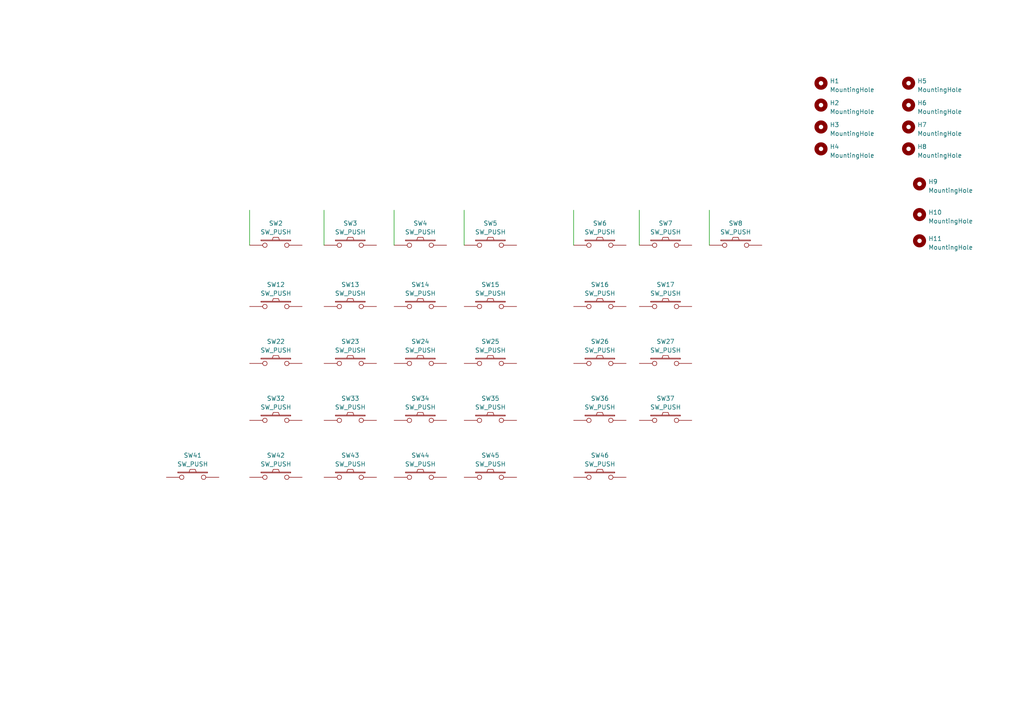
<source format=kicad_sch>
(kicad_sch (version 20230121) (generator eeschema)

  (uuid bfbdd92b-7f71-4ad3-b5e3-05abfda92e0a)

  (paper "A4")

  (lib_symbols
    (symbol "Mechanical:MountingHole" (pin_names (offset 1.016)) (in_bom yes) (on_board yes)
      (property "Reference" "H" (at 0 5.08 0)
        (effects (font (size 1.27 1.27)))
      )
      (property "Value" "MountingHole" (at 0 3.175 0)
        (effects (font (size 1.27 1.27)))
      )
      (property "Footprint" "" (at 0 0 0)
        (effects (font (size 1.27 1.27)) hide)
      )
      (property "Datasheet" "~" (at 0 0 0)
        (effects (font (size 1.27 1.27)) hide)
      )
      (property "ki_keywords" "mounting hole" (at 0 0 0)
        (effects (font (size 1.27 1.27)) hide)
      )
      (property "ki_description" "Mounting Hole without connection" (at 0 0 0)
        (effects (font (size 1.27 1.27)) hide)
      )
      (property "ki_fp_filters" "MountingHole*" (at 0 0 0)
        (effects (font (size 1.27 1.27)) hide)
      )
      (symbol "MountingHole_0_1"
        (circle (center 0 0) (radius 1.27)
          (stroke (width 1.27) (type default))
          (fill (type none))
        )
      )
    )
    (symbol "foostan/kbd:SW_PUSH" (pin_numbers hide) (pin_names (offset 1.016) hide) (in_bom yes) (on_board yes)
      (property "Reference" "SW" (at 3.81 2.794 0)
        (effects (font (size 1.27 1.27)))
      )
      (property "Value" "SW_PUSH" (at 0 -2.032 0)
        (effects (font (size 1.27 1.27)))
      )
      (property "Footprint" "" (at 0 0 0)
        (effects (font (size 1.27 1.27)))
      )
      (property "Datasheet" "" (at 0 0 0)
        (effects (font (size 1.27 1.27)))
      )
      (symbol "SW_PUSH_0_1"
        (rectangle (start -4.318 1.27) (end 4.318 1.524)
          (stroke (width 0) (type solid))
          (fill (type none))
        )
        (polyline
          (pts
            (xy -1.016 1.524)
            (xy -0.762 2.286)
            (xy 0.762 2.286)
            (xy 1.016 1.524)
          )
          (stroke (width 0) (type solid))
          (fill (type none))
        )
        (pin passive inverted (at -7.62 0 0) (length 5.08)
          (name "1" (effects (font (size 1.27 1.27))))
          (number "1" (effects (font (size 1.27 1.27))))
        )
        (pin passive inverted (at 7.62 0 180) (length 5.08)
          (name "2" (effects (font (size 1.27 1.27))))
          (number "2" (effects (font (size 1.27 1.27))))
        )
      )
    )
  )


  (wire (pts (xy 166.37 60.96) (xy 166.37 71.12))
    (stroke (width 0) (type default))
    (uuid 0ba66276-705d-44b9-bc42-0348274147ae)
  )
  (wire (pts (xy 114.3 60.96) (xy 114.3 71.12))
    (stroke (width 0) (type default))
    (uuid 1a69eef3-6eef-4c71-854b-4c02c9f7cd51)
  )
  (wire (pts (xy 205.74 60.96) (xy 205.74 71.12))
    (stroke (width 0) (type default))
    (uuid 259f22fe-4054-42f3-913c-1a2805393362)
  )
  (wire (pts (xy 185.42 60.96) (xy 185.42 71.12))
    (stroke (width 0) (type default))
    (uuid 3bad960c-7af4-4426-a424-f983194617ab)
  )
  (wire (pts (xy 93.98 60.96) (xy 93.98 71.12))
    (stroke (width 0) (type default))
    (uuid 85015d35-00f8-4a6e-9c61-f05ffd6248cc)
  )
  (wire (pts (xy 134.62 60.96) (xy 134.62 71.12))
    (stroke (width 0) (type default))
    (uuid b42efdd6-27f1-4ef1-8465-ab88397ba11a)
  )
  (wire (pts (xy 72.39 60.96) (xy 72.39 71.12))
    (stroke (width 0) (type default))
    (uuid c973eac3-1ab1-420c-be34-934e0c2d9076)
  )

  (symbol (lib_id "foostan/kbd:SW_PUSH") (at 173.99 121.92 0) (unit 1)
    (in_bom yes) (on_board yes) (dnp no) (fields_autoplaced)
    (uuid 07352a14-4c42-48f2-b7df-c62ffcddfa39)
    (property "Reference" "SW36" (at 173.99 115.57 0)
      (effects (font (size 1.27 1.27)))
    )
    (property "Value" "SW_PUSH" (at 173.99 118.11 0)
      (effects (font (size 1.27 1.27)))
    )
    (property "Footprint" "foostan/kbd:SW_Hole" (at 173.99 121.92 0)
      (effects (font (size 1.27 1.27)) hide)
    )
    (property "Datasheet" "" (at 173.99 121.92 0)
      (effects (font (size 1.27 1.27)))
    )
    (pin "1" (uuid 999a2d87-c109-4f45-b225-da697d856184))
    (pin "2" (uuid bbb45ce1-601e-4492-98ff-e7d3826ae256))
    (instances
      (project "sgkb-top"
        (path "/bfbdd92b-7f71-4ad3-b5e3-05abfda92e0a"
          (reference "SW36") (unit 1)
        )
      )
    )
  )

  (symbol (lib_id "foostan/kbd:SW_PUSH") (at 80.01 105.41 0) (unit 1)
    (in_bom yes) (on_board yes) (dnp no) (fields_autoplaced)
    (uuid 0caeb40b-576c-4700-8a6e-160b0802ce84)
    (property "Reference" "SW22" (at 80.01 99.06 0)
      (effects (font (size 1.27 1.27)))
    )
    (property "Value" "SW_PUSH" (at 80.01 101.6 0)
      (effects (font (size 1.27 1.27)))
    )
    (property "Footprint" "foostan/kbd:SW_Hole" (at 80.01 105.41 0)
      (effects (font (size 1.27 1.27)) hide)
    )
    (property "Datasheet" "" (at 80.01 105.41 0)
      (effects (font (size 1.27 1.27)))
    )
    (pin "1" (uuid f1d737fd-afdf-45a4-8ec8-1b7936894eb4))
    (pin "2" (uuid 593470ad-738b-43a3-9b65-6bf2f5ad475d))
    (instances
      (project "sgkb-top"
        (path "/bfbdd92b-7f71-4ad3-b5e3-05abfda92e0a"
          (reference "SW22") (unit 1)
        )
      )
    )
  )

  (symbol (lib_id "foostan/kbd:SW_PUSH") (at 101.6 88.9 0) (unit 1)
    (in_bom yes) (on_board yes) (dnp no) (fields_autoplaced)
    (uuid 0fd7c865-40a7-43b1-8f06-78369e4d49f4)
    (property "Reference" "SW13" (at 101.6 82.55 0)
      (effects (font (size 1.27 1.27)))
    )
    (property "Value" "SW_PUSH" (at 101.6 85.09 0)
      (effects (font (size 1.27 1.27)))
    )
    (property "Footprint" "foostan/kbd:SW_Hole" (at 101.6 88.9 0)
      (effects (font (size 1.27 1.27)) hide)
    )
    (property "Datasheet" "" (at 101.6 88.9 0)
      (effects (font (size 1.27 1.27)))
    )
    (pin "1" (uuid a03cedb5-aaf1-4ae9-9bfb-c4092338e88d))
    (pin "2" (uuid 15206f29-e0a8-4909-b8c9-692a7168b679))
    (instances
      (project "sgkb-top"
        (path "/bfbdd92b-7f71-4ad3-b5e3-05abfda92e0a"
          (reference "SW13") (unit 1)
        )
      )
    )
  )

  (symbol (lib_id "foostan/kbd:SW_PUSH") (at 173.99 138.43 0) (unit 1)
    (in_bom yes) (on_board yes) (dnp no) (fields_autoplaced)
    (uuid 21f029ba-db74-42a6-9b66-0058ebdc06f7)
    (property "Reference" "SW46" (at 173.99 132.08 0)
      (effects (font (size 1.27 1.27)))
    )
    (property "Value" "SW_PUSH" (at 173.99 134.62 0)
      (effects (font (size 1.27 1.27)))
    )
    (property "Footprint" "foostan/kbd:SW_Hole" (at 173.99 138.43 0)
      (effects (font (size 1.27 1.27)) hide)
    )
    (property "Datasheet" "" (at 173.99 138.43 0)
      (effects (font (size 1.27 1.27)))
    )
    (pin "1" (uuid d5c3ba70-16f0-4e3b-8fad-def6f2d6161f))
    (pin "2" (uuid 28fcd143-2d4e-4a3b-81fb-5b809c4f959e))
    (instances
      (project "sgkb-top"
        (path "/bfbdd92b-7f71-4ad3-b5e3-05abfda92e0a"
          (reference "SW46") (unit 1)
        )
      )
    )
  )

  (symbol (lib_id "foostan/kbd:SW_PUSH") (at 80.01 138.43 0) (unit 1)
    (in_bom yes) (on_board yes) (dnp no) (fields_autoplaced)
    (uuid 3194be4b-e9f3-4a5c-9039-7ee13c7c8f1e)
    (property "Reference" "SW42" (at 80.01 132.08 0)
      (effects (font (size 1.27 1.27)))
    )
    (property "Value" "SW_PUSH" (at 80.01 134.62 0)
      (effects (font (size 1.27 1.27)))
    )
    (property "Footprint" "foostan/kbd:SW_Hole" (at 80.01 138.43 0)
      (effects (font (size 1.27 1.27)) hide)
    )
    (property "Datasheet" "" (at 80.01 138.43 0)
      (effects (font (size 1.27 1.27)))
    )
    (pin "1" (uuid e35c4070-1eff-4a78-9844-783f3a9ad91f))
    (pin "2" (uuid 44456ad8-774a-465e-b8b2-50212d13ef8e))
    (instances
      (project "sgkb-top"
        (path "/bfbdd92b-7f71-4ad3-b5e3-05abfda92e0a"
          (reference "SW42") (unit 1)
        )
      )
    )
  )

  (symbol (lib_id "foostan/kbd:SW_PUSH") (at 101.6 105.41 0) (unit 1)
    (in_bom yes) (on_board yes) (dnp no) (fields_autoplaced)
    (uuid 33b164a6-2e41-4680-91f8-95d388b2b27d)
    (property "Reference" "SW23" (at 101.6 99.06 0)
      (effects (font (size 1.27 1.27)))
    )
    (property "Value" "SW_PUSH" (at 101.6 101.6 0)
      (effects (font (size 1.27 1.27)))
    )
    (property "Footprint" "foostan/kbd:SW_Hole" (at 101.6 105.41 0)
      (effects (font (size 1.27 1.27)) hide)
    )
    (property "Datasheet" "" (at 101.6 105.41 0)
      (effects (font (size 1.27 1.27)))
    )
    (pin "1" (uuid 72cb2e9e-b5c3-4546-b59c-4df316be4799))
    (pin "2" (uuid 5c25c72e-11c6-4231-9324-fd6f68dd703d))
    (instances
      (project "sgkb-top"
        (path "/bfbdd92b-7f71-4ad3-b5e3-05abfda92e0a"
          (reference "SW23") (unit 1)
        )
      )
    )
  )

  (symbol (lib_id "foostan/kbd:SW_PUSH") (at 142.24 138.43 0) (unit 1)
    (in_bom yes) (on_board yes) (dnp no) (fields_autoplaced)
    (uuid 348c8161-0afb-4756-a0bc-cd585041ef61)
    (property "Reference" "SW45" (at 142.24 132.08 0)
      (effects (font (size 1.27 1.27)))
    )
    (property "Value" "SW_PUSH" (at 142.24 134.62 0)
      (effects (font (size 1.27 1.27)))
    )
    (property "Footprint" "foostan/kbd:SW_Hole" (at 142.24 138.43 0)
      (effects (font (size 1.27 1.27)) hide)
    )
    (property "Datasheet" "" (at 142.24 138.43 0)
      (effects (font (size 1.27 1.27)))
    )
    (pin "1" (uuid 1c99c013-72bc-4d91-b5ad-a182623b9552))
    (pin "2" (uuid 8990007c-4728-4254-9c02-bba94df28be2))
    (instances
      (project "sgkb-top"
        (path "/bfbdd92b-7f71-4ad3-b5e3-05abfda92e0a"
          (reference "SW45") (unit 1)
        )
      )
    )
  )

  (symbol (lib_id "Mechanical:MountingHole") (at 263.525 30.48 0) (unit 1)
    (in_bom yes) (on_board yes) (dnp no) (fields_autoplaced)
    (uuid 36712bd9-3466-4a40-8672-22cfc6cd601b)
    (property "Reference" "H6" (at 266.065 29.845 0)
      (effects (font (size 1.27 1.27)) (justify left))
    )
    (property "Value" "MountingHole" (at 266.065 32.385 0)
      (effects (font (size 1.27 1.27)) (justify left))
    )
    (property "Footprint" "MountingHole:MountingHole_2.2mm_M2" (at 263.525 30.48 0)
      (effects (font (size 1.27 1.27)) hide)
    )
    (property "Datasheet" "~" (at 263.525 30.48 0)
      (effects (font (size 1.27 1.27)) hide)
    )
    (instances
      (project "sgkb-right"
        (path "/6e6ce34d-41d5-494c-8310-abe0616e698b"
          (reference "H6") (unit 1)
        )
      )
      (project "sgkb-top"
        (path "/bfbdd92b-7f71-4ad3-b5e3-05abfda92e0a"
          (reference "H6") (unit 1)
        )
      )
    )
  )

  (symbol (lib_id "foostan/kbd:SW_PUSH") (at 121.92 138.43 0) (unit 1)
    (in_bom yes) (on_board yes) (dnp no) (fields_autoplaced)
    (uuid 4952e4e3-1ce6-4435-b718-d3867c1d9d11)
    (property "Reference" "SW44" (at 121.92 132.08 0)
      (effects (font (size 1.27 1.27)))
    )
    (property "Value" "SW_PUSH" (at 121.92 134.62 0)
      (effects (font (size 1.27 1.27)))
    )
    (property "Footprint" "foostan/kbd:SW_Hole" (at 121.92 138.43 0)
      (effects (font (size 1.27 1.27)) hide)
    )
    (property "Datasheet" "" (at 121.92 138.43 0)
      (effects (font (size 1.27 1.27)))
    )
    (pin "1" (uuid fa627677-026a-4116-801d-e9a2fdb9b1e8))
    (pin "2" (uuid 8166f4c2-833e-4f82-971d-801f88829b83))
    (instances
      (project "sgkb-top"
        (path "/bfbdd92b-7f71-4ad3-b5e3-05abfda92e0a"
          (reference "SW44") (unit 1)
        )
      )
    )
  )

  (symbol (lib_id "foostan/kbd:SW_PUSH") (at 193.04 88.9 0) (unit 1)
    (in_bom yes) (on_board yes) (dnp no) (fields_autoplaced)
    (uuid 4ba086c6-9007-4a18-9dc3-eb2747ea14bb)
    (property "Reference" "SW17" (at 193.04 82.55 0)
      (effects (font (size 1.27 1.27)))
    )
    (property "Value" "SW_PUSH" (at 193.04 85.09 0)
      (effects (font (size 1.27 1.27)))
    )
    (property "Footprint" "foostan/kbd:SW_Hole" (at 193.04 88.9 0)
      (effects (font (size 1.27 1.27)) hide)
    )
    (property "Datasheet" "" (at 193.04 88.9 0)
      (effects (font (size 1.27 1.27)))
    )
    (pin "1" (uuid d1843cfd-febb-4d38-8ad8-7d98f601d473))
    (pin "2" (uuid 4c533b84-e2be-4714-bb21-2c62e4be5d95))
    (instances
      (project "sgkb-top"
        (path "/bfbdd92b-7f71-4ad3-b5e3-05abfda92e0a"
          (reference "SW17") (unit 1)
        )
      )
    )
  )

  (symbol (lib_id "Mechanical:MountingHole") (at 263.525 36.83 0) (unit 1)
    (in_bom yes) (on_board yes) (dnp no) (fields_autoplaced)
    (uuid 5d36fa03-b164-404f-9ecf-06ad45b804e6)
    (property "Reference" "H7" (at 266.065 36.195 0)
      (effects (font (size 1.27 1.27)) (justify left))
    )
    (property "Value" "MountingHole" (at 266.065 38.735 0)
      (effects (font (size 1.27 1.27)) (justify left))
    )
    (property "Footprint" "MountingHole:MountingHole_2.2mm_M2" (at 263.525 36.83 0)
      (effects (font (size 1.27 1.27)) hide)
    )
    (property "Datasheet" "~" (at 263.525 36.83 0)
      (effects (font (size 1.27 1.27)) hide)
    )
    (instances
      (project "sgkb-right"
        (path "/6e6ce34d-41d5-494c-8310-abe0616e698b"
          (reference "H7") (unit 1)
        )
      )
      (project "sgkb-top"
        (path "/bfbdd92b-7f71-4ad3-b5e3-05abfda92e0a"
          (reference "H7") (unit 1)
        )
      )
    )
  )

  (symbol (lib_id "Mechanical:MountingHole") (at 266.7 53.34 0) (unit 1)
    (in_bom yes) (on_board yes) (dnp no) (fields_autoplaced)
    (uuid 62a94fb1-9f4f-41c3-943e-6e8934306cbe)
    (property "Reference" "H8" (at 269.24 52.705 0)
      (effects (font (size 1.27 1.27)) (justify left))
    )
    (property "Value" "MountingHole" (at 269.24 55.245 0)
      (effects (font (size 1.27 1.27)) (justify left))
    )
    (property "Footprint" "MountingHole:MountingHole_2.2mm_M2" (at 266.7 53.34 0)
      (effects (font (size 1.27 1.27)) hide)
    )
    (property "Datasheet" "~" (at 266.7 53.34 0)
      (effects (font (size 1.27 1.27)) hide)
    )
    (instances
      (project "sgkb-right"
        (path "/6e6ce34d-41d5-494c-8310-abe0616e698b"
          (reference "H8") (unit 1)
        )
      )
      (project "sgkb-top"
        (path "/bfbdd92b-7f71-4ad3-b5e3-05abfda92e0a"
          (reference "H9") (unit 1)
        )
      )
    )
  )

  (symbol (lib_id "foostan/kbd:SW_PUSH") (at 193.04 121.92 0) (unit 1)
    (in_bom yes) (on_board yes) (dnp no) (fields_autoplaced)
    (uuid 63ac88d9-662c-41cc-91ae-5917c01bf279)
    (property "Reference" "SW37" (at 193.04 115.57 0)
      (effects (font (size 1.27 1.27)))
    )
    (property "Value" "SW_PUSH" (at 193.04 118.11 0)
      (effects (font (size 1.27 1.27)))
    )
    (property "Footprint" "foostan/kbd:SW_Hole" (at 193.04 121.92 0)
      (effects (font (size 1.27 1.27)) hide)
    )
    (property "Datasheet" "" (at 193.04 121.92 0)
      (effects (font (size 1.27 1.27)))
    )
    (pin "1" (uuid ee36b01d-ccdf-432e-97c9-a9ef2ad08319))
    (pin "2" (uuid adc41a08-1ddf-4fc7-96f4-1da9982739bd))
    (instances
      (project "sgkb-top"
        (path "/bfbdd92b-7f71-4ad3-b5e3-05abfda92e0a"
          (reference "SW37") (unit 1)
        )
      )
    )
  )

  (symbol (lib_id "foostan/kbd:SW_PUSH") (at 173.99 88.9 0) (unit 1)
    (in_bom yes) (on_board yes) (dnp no) (fields_autoplaced)
    (uuid 6b12b984-813a-4b09-9110-3a44ae90b292)
    (property "Reference" "SW16" (at 173.99 82.55 0)
      (effects (font (size 1.27 1.27)))
    )
    (property "Value" "SW_PUSH" (at 173.99 85.09 0)
      (effects (font (size 1.27 1.27)))
    )
    (property "Footprint" "foostan/kbd:SW_Hole" (at 173.99 88.9 0)
      (effects (font (size 1.27 1.27)) hide)
    )
    (property "Datasheet" "" (at 173.99 88.9 0)
      (effects (font (size 1.27 1.27)))
    )
    (pin "1" (uuid 44db32d0-942b-423a-a356-c9100cb738fa))
    (pin "2" (uuid 85abb80e-de5f-4c0a-bcbf-3b00da6c9dd0))
    (instances
      (project "sgkb-top"
        (path "/bfbdd92b-7f71-4ad3-b5e3-05abfda92e0a"
          (reference "SW16") (unit 1)
        )
      )
    )
  )

  (symbol (lib_id "Mechanical:MountingHole") (at 266.7 62.23 0) (unit 1)
    (in_bom yes) (on_board yes) (dnp no) (fields_autoplaced)
    (uuid 73b3174e-f7b2-4d57-a5af-78451e5b11bb)
    (property "Reference" "H8" (at 269.24 61.595 0)
      (effects (font (size 1.27 1.27)) (justify left))
    )
    (property "Value" "MountingHole" (at 269.24 64.135 0)
      (effects (font (size 1.27 1.27)) (justify left))
    )
    (property "Footprint" "MountingHole:MountingHole_2.2mm_M2" (at 266.7 62.23 0)
      (effects (font (size 1.27 1.27)) hide)
    )
    (property "Datasheet" "~" (at 266.7 62.23 0)
      (effects (font (size 1.27 1.27)) hide)
    )
    (instances
      (project "sgkb-right"
        (path "/6e6ce34d-41d5-494c-8310-abe0616e698b"
          (reference "H8") (unit 1)
        )
      )
      (project "sgkb-top"
        (path "/bfbdd92b-7f71-4ad3-b5e3-05abfda92e0a"
          (reference "H10") (unit 1)
        )
      )
    )
  )

  (symbol (lib_id "foostan/kbd:SW_PUSH") (at 193.04 71.12 0) (unit 1)
    (in_bom yes) (on_board yes) (dnp no) (fields_autoplaced)
    (uuid 76af2e4a-366f-4cb0-9666-158853f14391)
    (property "Reference" "SW7" (at 193.04 64.77 0)
      (effects (font (size 1.27 1.27)))
    )
    (property "Value" "SW_PUSH" (at 193.04 67.31 0)
      (effects (font (size 1.27 1.27)))
    )
    (property "Footprint" "foostan/kbd:SW_Hole" (at 193.04 71.12 0)
      (effects (font (size 1.27 1.27)) hide)
    )
    (property "Datasheet" "" (at 193.04 71.12 0)
      (effects (font (size 1.27 1.27)))
    )
    (pin "1" (uuid 11476069-ad38-4fba-902d-9a81e61cfcd1))
    (pin "2" (uuid d5dc842b-2ea6-4724-b506-0db25edfb9ff))
    (instances
      (project "sgkb-top"
        (path "/bfbdd92b-7f71-4ad3-b5e3-05abfda92e0a"
          (reference "SW7") (unit 1)
        )
      )
    )
  )

  (symbol (lib_id "foostan/kbd:SW_PUSH") (at 213.36 71.12 0) (unit 1)
    (in_bom yes) (on_board yes) (dnp no) (fields_autoplaced)
    (uuid 76fa6cef-211d-484b-89f7-857a3333af79)
    (property "Reference" "SW8" (at 213.36 64.77 0)
      (effects (font (size 1.27 1.27)))
    )
    (property "Value" "SW_PUSH" (at 213.36 67.31 0)
      (effects (font (size 1.27 1.27)))
    )
    (property "Footprint" "foostan/kbd:SW_Hole" (at 213.36 71.12 0)
      (effects (font (size 1.27 1.27)) hide)
    )
    (property "Datasheet" "" (at 213.36 71.12 0)
      (effects (font (size 1.27 1.27)))
    )
    (pin "1" (uuid fe862ea5-dd3c-4118-b009-87ba48190b8a))
    (pin "2" (uuid 0a65b86c-d4a2-4440-86bf-b151d3442a6e))
    (instances
      (project "sgkb-top"
        (path "/bfbdd92b-7f71-4ad3-b5e3-05abfda92e0a"
          (reference "SW8") (unit 1)
        )
      )
    )
  )

  (symbol (lib_id "foostan/kbd:SW_PUSH") (at 173.99 71.12 0) (unit 1)
    (in_bom yes) (on_board yes) (dnp no) (fields_autoplaced)
    (uuid 77d262cb-b16f-44e3-bcaf-c3dc7e1d817e)
    (property "Reference" "SW6" (at 173.99 64.77 0)
      (effects (font (size 1.27 1.27)))
    )
    (property "Value" "SW_PUSH" (at 173.99 67.31 0)
      (effects (font (size 1.27 1.27)))
    )
    (property "Footprint" "foostan/kbd:SW_Hole" (at 173.99 71.12 0)
      (effects (font (size 1.27 1.27)) hide)
    )
    (property "Datasheet" "" (at 173.99 71.12 0)
      (effects (font (size 1.27 1.27)))
    )
    (pin "1" (uuid 49cce1e2-e03d-4a33-94f0-7a99bd1f9aa3))
    (pin "2" (uuid 955e70a9-42f4-426b-be35-246fef8fb284))
    (instances
      (project "sgkb-top"
        (path "/bfbdd92b-7f71-4ad3-b5e3-05abfda92e0a"
          (reference "SW6") (unit 1)
        )
      )
    )
  )

  (symbol (lib_id "Mechanical:MountingHole") (at 238.125 24.13 0) (unit 1)
    (in_bom yes) (on_board yes) (dnp no) (fields_autoplaced)
    (uuid 7d6c442d-f47b-49bb-a96b-1fb81ac1b2d2)
    (property "Reference" "H1" (at 240.665 23.495 0)
      (effects (font (size 1.27 1.27)) (justify left))
    )
    (property "Value" "MountingHole" (at 240.665 26.035 0)
      (effects (font (size 1.27 1.27)) (justify left))
    )
    (property "Footprint" "MountingHole:MountingHole_2.2mm_M2" (at 238.125 24.13 0)
      (effects (font (size 1.27 1.27)) hide)
    )
    (property "Datasheet" "~" (at 238.125 24.13 0)
      (effects (font (size 1.27 1.27)) hide)
    )
    (instances
      (project "sgkb-right"
        (path "/6e6ce34d-41d5-494c-8310-abe0616e698b"
          (reference "H1") (unit 1)
        )
      )
      (project "sgkb-top"
        (path "/bfbdd92b-7f71-4ad3-b5e3-05abfda92e0a"
          (reference "H1") (unit 1)
        )
      )
    )
  )

  (symbol (lib_id "foostan/kbd:SW_PUSH") (at 142.24 88.9 0) (unit 1)
    (in_bom yes) (on_board yes) (dnp no) (fields_autoplaced)
    (uuid 8c75d8ef-7967-4d6a-923d-770d510941f7)
    (property "Reference" "SW15" (at 142.24 82.55 0)
      (effects (font (size 1.27 1.27)))
    )
    (property "Value" "SW_PUSH" (at 142.24 85.09 0)
      (effects (font (size 1.27 1.27)))
    )
    (property "Footprint" "foostan/kbd:SW_Hole" (at 142.24 88.9 0)
      (effects (font (size 1.27 1.27)) hide)
    )
    (property "Datasheet" "" (at 142.24 88.9 0)
      (effects (font (size 1.27 1.27)))
    )
    (pin "1" (uuid 8da8c9d5-ce1d-449b-b751-4176a8b91ab1))
    (pin "2" (uuid 1dd625ad-7f63-40fa-990f-88c42831f8c3))
    (instances
      (project "sgkb-top"
        (path "/bfbdd92b-7f71-4ad3-b5e3-05abfda92e0a"
          (reference "SW15") (unit 1)
        )
      )
    )
  )

  (symbol (lib_id "Mechanical:MountingHole") (at 238.125 43.18 0) (unit 1)
    (in_bom yes) (on_board yes) (dnp no) (fields_autoplaced)
    (uuid 8d298b5e-230d-443d-86aa-1736904b4a6c)
    (property "Reference" "H4" (at 240.665 42.545 0)
      (effects (font (size 1.27 1.27)) (justify left))
    )
    (property "Value" "MountingHole" (at 240.665 45.085 0)
      (effects (font (size 1.27 1.27)) (justify left))
    )
    (property "Footprint" "MountingHole:MountingHole_2.2mm_M2" (at 238.125 43.18 0)
      (effects (font (size 1.27 1.27)) hide)
    )
    (property "Datasheet" "~" (at 238.125 43.18 0)
      (effects (font (size 1.27 1.27)) hide)
    )
    (instances
      (project "sgkb-right"
        (path "/6e6ce34d-41d5-494c-8310-abe0616e698b"
          (reference "H4") (unit 1)
        )
      )
      (project "sgkb-top"
        (path "/bfbdd92b-7f71-4ad3-b5e3-05abfda92e0a"
          (reference "H4") (unit 1)
        )
      )
    )
  )

  (symbol (lib_id "Mechanical:MountingHole") (at 238.125 30.48 0) (unit 1)
    (in_bom yes) (on_board yes) (dnp no) (fields_autoplaced)
    (uuid 948cac29-32a9-4d04-aad9-cc502ec776e5)
    (property "Reference" "H2" (at 240.665 29.845 0)
      (effects (font (size 1.27 1.27)) (justify left))
    )
    (property "Value" "MountingHole" (at 240.665 32.385 0)
      (effects (font (size 1.27 1.27)) (justify left))
    )
    (property "Footprint" "MountingHole:MountingHole_2.2mm_M2" (at 238.125 30.48 0)
      (effects (font (size 1.27 1.27)) hide)
    )
    (property "Datasheet" "~" (at 238.125 30.48 0)
      (effects (font (size 1.27 1.27)) hide)
    )
    (instances
      (project "sgkb-right"
        (path "/6e6ce34d-41d5-494c-8310-abe0616e698b"
          (reference "H2") (unit 1)
        )
      )
      (project "sgkb-top"
        (path "/bfbdd92b-7f71-4ad3-b5e3-05abfda92e0a"
          (reference "H2") (unit 1)
        )
      )
    )
  )

  (symbol (lib_id "Mechanical:MountingHole") (at 266.7 69.85 0) (unit 1)
    (in_bom yes) (on_board yes) (dnp no) (fields_autoplaced)
    (uuid 9b1b45e1-8c83-48e1-8aeb-380012966274)
    (property "Reference" "H8" (at 269.24 69.215 0)
      (effects (font (size 1.27 1.27)) (justify left))
    )
    (property "Value" "MountingHole" (at 269.24 71.755 0)
      (effects (font (size 1.27 1.27)) (justify left))
    )
    (property "Footprint" "MountingHole:MountingHole_2.2mm_M2" (at 266.7 69.85 0)
      (effects (font (size 1.27 1.27)) hide)
    )
    (property "Datasheet" "~" (at 266.7 69.85 0)
      (effects (font (size 1.27 1.27)) hide)
    )
    (instances
      (project "sgkb-right"
        (path "/6e6ce34d-41d5-494c-8310-abe0616e698b"
          (reference "H8") (unit 1)
        )
      )
      (project "sgkb-top"
        (path "/bfbdd92b-7f71-4ad3-b5e3-05abfda92e0a"
          (reference "H11") (unit 1)
        )
      )
    )
  )

  (symbol (lib_id "foostan/kbd:SW_PUSH") (at 80.01 88.9 0) (unit 1)
    (in_bom yes) (on_board yes) (dnp no) (fields_autoplaced)
    (uuid 9f048367-d1c6-428c-9e07-e0ab1b3c5a47)
    (property "Reference" "SW12" (at 80.01 82.55 0)
      (effects (font (size 1.27 1.27)))
    )
    (property "Value" "SW_PUSH" (at 80.01 85.09 0)
      (effects (font (size 1.27 1.27)))
    )
    (property "Footprint" "foostan/kbd:SW_Hole" (at 80.01 88.9 0)
      (effects (font (size 1.27 1.27)) hide)
    )
    (property "Datasheet" "" (at 80.01 88.9 0)
      (effects (font (size 1.27 1.27)))
    )
    (pin "1" (uuid d55a7511-ea1c-43ca-aedb-ed2aaabdf7ec))
    (pin "2" (uuid 09040e97-1b26-4e46-b276-c7399e9fd331))
    (instances
      (project "sgkb-top"
        (path "/bfbdd92b-7f71-4ad3-b5e3-05abfda92e0a"
          (reference "SW12") (unit 1)
        )
      )
    )
  )

  (symbol (lib_id "foostan/kbd:SW_PUSH") (at 142.24 71.12 0) (unit 1)
    (in_bom yes) (on_board yes) (dnp no) (fields_autoplaced)
    (uuid a98778d8-1204-4910-8bed-2abd48881302)
    (property "Reference" "SW5" (at 142.24 64.77 0)
      (effects (font (size 1.27 1.27)))
    )
    (property "Value" "SW_PUSH" (at 142.24 67.31 0)
      (effects (font (size 1.27 1.27)))
    )
    (property "Footprint" "foostan/kbd:SW_Hole" (at 142.24 71.12 0)
      (effects (font (size 1.27 1.27)) hide)
    )
    (property "Datasheet" "" (at 142.24 71.12 0)
      (effects (font (size 1.27 1.27)))
    )
    (pin "1" (uuid 9a6d2f87-85a3-43c1-a6ba-a821509b02dd))
    (pin "2" (uuid 6f021be3-15c4-4700-96eb-2aeb17e0e164))
    (instances
      (project "sgkb-top"
        (path "/bfbdd92b-7f71-4ad3-b5e3-05abfda92e0a"
          (reference "SW5") (unit 1)
        )
      )
    )
  )

  (symbol (lib_id "foostan/kbd:SW_PUSH") (at 121.92 105.41 0) (unit 1)
    (in_bom yes) (on_board yes) (dnp no) (fields_autoplaced)
    (uuid aae01304-df9a-443e-90f0-d7542b83e8fd)
    (property "Reference" "SW24" (at 121.92 99.06 0)
      (effects (font (size 1.27 1.27)))
    )
    (property "Value" "SW_PUSH" (at 121.92 101.6 0)
      (effects (font (size 1.27 1.27)))
    )
    (property "Footprint" "foostan/kbd:SW_Hole" (at 121.92 105.41 0)
      (effects (font (size 1.27 1.27)) hide)
    )
    (property "Datasheet" "" (at 121.92 105.41 0)
      (effects (font (size 1.27 1.27)))
    )
    (pin "1" (uuid 7ab3fa3d-9ddf-4543-ba78-d04bd998c384))
    (pin "2" (uuid aa3d3bd3-ff15-49d6-b58c-0ade6629254d))
    (instances
      (project "sgkb-top"
        (path "/bfbdd92b-7f71-4ad3-b5e3-05abfda92e0a"
          (reference "SW24") (unit 1)
        )
      )
    )
  )

  (symbol (lib_id "foostan/kbd:SW_PUSH") (at 121.92 121.92 0) (unit 1)
    (in_bom yes) (on_board yes) (dnp no) (fields_autoplaced)
    (uuid afaa6a5b-0e3e-4479-9b28-0723b15db6a8)
    (property "Reference" "SW34" (at 121.92 115.57 0)
      (effects (font (size 1.27 1.27)))
    )
    (property "Value" "SW_PUSH" (at 121.92 118.11 0)
      (effects (font (size 1.27 1.27)))
    )
    (property "Footprint" "foostan/kbd:SW_Hole" (at 121.92 121.92 0)
      (effects (font (size 1.27 1.27)) hide)
    )
    (property "Datasheet" "" (at 121.92 121.92 0)
      (effects (font (size 1.27 1.27)))
    )
    (pin "1" (uuid 1edd2f63-99c3-4f0e-9ff8-f41a8b9e3d1c))
    (pin "2" (uuid 181be826-78e8-4f7c-9257-69821137c0eb))
    (instances
      (project "sgkb-top"
        (path "/bfbdd92b-7f71-4ad3-b5e3-05abfda92e0a"
          (reference "SW34") (unit 1)
        )
      )
    )
  )

  (symbol (lib_id "foostan/kbd:SW_PUSH") (at 121.92 71.12 0) (unit 1)
    (in_bom yes) (on_board yes) (dnp no) (fields_autoplaced)
    (uuid c0e90b02-cdf4-4c02-aa4a-d4b62476b9d6)
    (property "Reference" "SW4" (at 121.92 64.77 0)
      (effects (font (size 1.27 1.27)))
    )
    (property "Value" "SW_PUSH" (at 121.92 67.31 0)
      (effects (font (size 1.27 1.27)))
    )
    (property "Footprint" "foostan/kbd:SW_Hole" (at 121.92 71.12 0)
      (effects (font (size 1.27 1.27)) hide)
    )
    (property "Datasheet" "" (at 121.92 71.12 0)
      (effects (font (size 1.27 1.27)))
    )
    (pin "1" (uuid 8750677f-d61a-4ea9-94ce-e760d0eb818e))
    (pin "2" (uuid 204f8c07-605d-448c-b8e4-c3e434375af2))
    (instances
      (project "sgkb-top"
        (path "/bfbdd92b-7f71-4ad3-b5e3-05abfda92e0a"
          (reference "SW4") (unit 1)
        )
      )
    )
  )

  (symbol (lib_id "Mechanical:MountingHole") (at 263.525 24.13 0) (unit 1)
    (in_bom yes) (on_board yes) (dnp no) (fields_autoplaced)
    (uuid c0f387d0-afe5-4df4-b61c-663c28ffe9e9)
    (property "Reference" "H5" (at 266.065 23.495 0)
      (effects (font (size 1.27 1.27)) (justify left))
    )
    (property "Value" "MountingHole" (at 266.065 26.035 0)
      (effects (font (size 1.27 1.27)) (justify left))
    )
    (property "Footprint" "MountingHole:MountingHole_2.2mm_M2" (at 263.525 24.13 0)
      (effects (font (size 1.27 1.27)) hide)
    )
    (property "Datasheet" "~" (at 263.525 24.13 0)
      (effects (font (size 1.27 1.27)) hide)
    )
    (instances
      (project "sgkb-right"
        (path "/6e6ce34d-41d5-494c-8310-abe0616e698b"
          (reference "H5") (unit 1)
        )
      )
      (project "sgkb-top"
        (path "/bfbdd92b-7f71-4ad3-b5e3-05abfda92e0a"
          (reference "H5") (unit 1)
        )
      )
    )
  )

  (symbol (lib_id "foostan/kbd:SW_PUSH") (at 142.24 121.92 0) (unit 1)
    (in_bom yes) (on_board yes) (dnp no) (fields_autoplaced)
    (uuid c9b5c695-d58b-449d-97f9-3d4a073026f6)
    (property "Reference" "SW35" (at 142.24 115.57 0)
      (effects (font (size 1.27 1.27)))
    )
    (property "Value" "SW_PUSH" (at 142.24 118.11 0)
      (effects (font (size 1.27 1.27)))
    )
    (property "Footprint" "foostan/kbd:SW_Hole" (at 142.24 121.92 0)
      (effects (font (size 1.27 1.27)) hide)
    )
    (property "Datasheet" "" (at 142.24 121.92 0)
      (effects (font (size 1.27 1.27)))
    )
    (pin "1" (uuid f1708066-0d35-4b06-a6cc-d45f9126d217))
    (pin "2" (uuid b7696741-e618-4ce6-9fba-68bd113d115f))
    (instances
      (project "sgkb-top"
        (path "/bfbdd92b-7f71-4ad3-b5e3-05abfda92e0a"
          (reference "SW35") (unit 1)
        )
      )
    )
  )

  (symbol (lib_id "foostan/kbd:SW_PUSH") (at 101.6 71.12 0) (unit 1)
    (in_bom yes) (on_board yes) (dnp no) (fields_autoplaced)
    (uuid d5cb18f2-306c-4001-b9a8-7f510bce7432)
    (property "Reference" "SW3" (at 101.6 64.77 0)
      (effects (font (size 1.27 1.27)))
    )
    (property "Value" "SW_PUSH" (at 101.6 67.31 0)
      (effects (font (size 1.27 1.27)))
    )
    (property "Footprint" "foostan/kbd:SW_Hole" (at 101.6 71.12 0)
      (effects (font (size 1.27 1.27)) hide)
    )
    (property "Datasheet" "" (at 101.6 71.12 0)
      (effects (font (size 1.27 1.27)))
    )
    (pin "1" (uuid dd9d93a7-7b35-497d-86db-70d887b21774))
    (pin "2" (uuid f120110f-f2da-4c00-99b1-3e0590ef37c3))
    (instances
      (project "sgkb-top"
        (path "/bfbdd92b-7f71-4ad3-b5e3-05abfda92e0a"
          (reference "SW3") (unit 1)
        )
      )
    )
  )

  (symbol (lib_id "Mechanical:MountingHole") (at 263.525 43.18 0) (unit 1)
    (in_bom yes) (on_board yes) (dnp no) (fields_autoplaced)
    (uuid d9344679-22d4-408d-a90e-0910f38ed5a1)
    (property "Reference" "H8" (at 266.065 42.545 0)
      (effects (font (size 1.27 1.27)) (justify left))
    )
    (property "Value" "MountingHole" (at 266.065 45.085 0)
      (effects (font (size 1.27 1.27)) (justify left))
    )
    (property "Footprint" "MountingHole:MountingHole_2.2mm_M2" (at 263.525 43.18 0)
      (effects (font (size 1.27 1.27)) hide)
    )
    (property "Datasheet" "~" (at 263.525 43.18 0)
      (effects (font (size 1.27 1.27)) hide)
    )
    (instances
      (project "sgkb-right"
        (path "/6e6ce34d-41d5-494c-8310-abe0616e698b"
          (reference "H8") (unit 1)
        )
      )
      (project "sgkb-top"
        (path "/bfbdd92b-7f71-4ad3-b5e3-05abfda92e0a"
          (reference "H8") (unit 1)
        )
      )
    )
  )

  (symbol (lib_id "foostan/kbd:SW_PUSH") (at 121.92 88.9 0) (unit 1)
    (in_bom yes) (on_board yes) (dnp no) (fields_autoplaced)
    (uuid e3bcfcc6-e648-439d-b7f6-71de3ab5d9f0)
    (property "Reference" "SW14" (at 121.92 82.55 0)
      (effects (font (size 1.27 1.27)))
    )
    (property "Value" "SW_PUSH" (at 121.92 85.09 0)
      (effects (font (size 1.27 1.27)))
    )
    (property "Footprint" "foostan/kbd:SW_Hole" (at 121.92 88.9 0)
      (effects (font (size 1.27 1.27)) hide)
    )
    (property "Datasheet" "" (at 121.92 88.9 0)
      (effects (font (size 1.27 1.27)))
    )
    (pin "1" (uuid 25e90135-a298-44aa-8942-aab35f2cb901))
    (pin "2" (uuid f9af8edb-b49c-47c3-acfa-b6c874c96fcc))
    (instances
      (project "sgkb-top"
        (path "/bfbdd92b-7f71-4ad3-b5e3-05abfda92e0a"
          (reference "SW14") (unit 1)
        )
      )
    )
  )

  (symbol (lib_id "foostan/kbd:SW_PUSH") (at 101.6 138.43 0) (unit 1)
    (in_bom yes) (on_board yes) (dnp no) (fields_autoplaced)
    (uuid e59e07bf-1fda-4b9a-bb88-cff872048adc)
    (property "Reference" "SW43" (at 101.6 132.08 0)
      (effects (font (size 1.27 1.27)))
    )
    (property "Value" "SW_PUSH" (at 101.6 134.62 0)
      (effects (font (size 1.27 1.27)))
    )
    (property "Footprint" "foostan/kbd:SW_Hole" (at 101.6 138.43 0)
      (effects (font (size 1.27 1.27)) hide)
    )
    (property "Datasheet" "" (at 101.6 138.43 0)
      (effects (font (size 1.27 1.27)))
    )
    (pin "1" (uuid 543d6f26-eb04-4c8c-8d7e-5b143c56dae6))
    (pin "2" (uuid 9ab5c295-149d-4d19-bac3-4245b7186678))
    (instances
      (project "sgkb-top"
        (path "/bfbdd92b-7f71-4ad3-b5e3-05abfda92e0a"
          (reference "SW43") (unit 1)
        )
      )
    )
  )

  (symbol (lib_id "foostan/kbd:SW_PUSH") (at 101.6 121.92 0) (unit 1)
    (in_bom yes) (on_board yes) (dnp no) (fields_autoplaced)
    (uuid eb709cbb-b59f-4aa6-a741-96d2cbd0cd62)
    (property "Reference" "SW33" (at 101.6 115.57 0)
      (effects (font (size 1.27 1.27)))
    )
    (property "Value" "SW_PUSH" (at 101.6 118.11 0)
      (effects (font (size 1.27 1.27)))
    )
    (property "Footprint" "foostan/kbd:SW_Hole" (at 101.6 121.92 0)
      (effects (font (size 1.27 1.27)) hide)
    )
    (property "Datasheet" "" (at 101.6 121.92 0)
      (effects (font (size 1.27 1.27)))
    )
    (pin "1" (uuid b927e7b5-27a3-4d40-a6ed-64f001a098a6))
    (pin "2" (uuid 8dfcc4de-f9a0-4cc9-93e1-5a2a43632812))
    (instances
      (project "sgkb-top"
        (path "/bfbdd92b-7f71-4ad3-b5e3-05abfda92e0a"
          (reference "SW33") (unit 1)
        )
      )
    )
  )

  (symbol (lib_id "foostan/kbd:SW_PUSH") (at 55.88 138.43 0) (unit 1)
    (in_bom yes) (on_board yes) (dnp no) (fields_autoplaced)
    (uuid ec4c72ab-806b-4419-b57a-4a324ae7965b)
    (property "Reference" "SW41" (at 55.88 132.08 0)
      (effects (font (size 1.27 1.27)))
    )
    (property "Value" "SW_PUSH" (at 55.88 134.62 0)
      (effects (font (size 1.27 1.27)))
    )
    (property "Footprint" "foostan/kbd:SW_Hole" (at 55.88 138.43 0)
      (effects (font (size 1.27 1.27)) hide)
    )
    (property "Datasheet" "" (at 55.88 138.43 0)
      (effects (font (size 1.27 1.27)))
    )
    (pin "1" (uuid 0abec677-f005-4a3c-a5ff-7b8691b93ce5))
    (pin "2" (uuid 045ea781-9cd4-4502-b5dc-b2de8188dfb8))
    (instances
      (project "sgkb-top"
        (path "/bfbdd92b-7f71-4ad3-b5e3-05abfda92e0a"
          (reference "SW41") (unit 1)
        )
      )
    )
  )

  (symbol (lib_id "foostan/kbd:SW_PUSH") (at 80.01 121.92 0) (unit 1)
    (in_bom yes) (on_board yes) (dnp no) (fields_autoplaced)
    (uuid ed4bd7cc-92fa-4dda-9555-52606be1d8fa)
    (property "Reference" "SW32" (at 80.01 115.57 0)
      (effects (font (size 1.27 1.27)))
    )
    (property "Value" "SW_PUSH" (at 80.01 118.11 0)
      (effects (font (size 1.27 1.27)))
    )
    (property "Footprint" "foostan/kbd:SW_Hole" (at 80.01 121.92 0)
      (effects (font (size 1.27 1.27)) hide)
    )
    (property "Datasheet" "" (at 80.01 121.92 0)
      (effects (font (size 1.27 1.27)))
    )
    (pin "1" (uuid bec2f294-22b8-4a4d-bd14-b8df5c14cfbb))
    (pin "2" (uuid 4d093ce2-2504-4961-9a82-3806b3f17d1e))
    (instances
      (project "sgkb-top"
        (path "/bfbdd92b-7f71-4ad3-b5e3-05abfda92e0a"
          (reference "SW32") (unit 1)
        )
      )
    )
  )

  (symbol (lib_id "foostan/kbd:SW_PUSH") (at 193.04 105.41 0) (unit 1)
    (in_bom yes) (on_board yes) (dnp no) (fields_autoplaced)
    (uuid f1335d64-6d3a-43ce-b6f0-09d707364c9c)
    (property "Reference" "SW27" (at 193.04 99.06 0)
      (effects (font (size 1.27 1.27)))
    )
    (property "Value" "SW_PUSH" (at 193.04 101.6 0)
      (effects (font (size 1.27 1.27)))
    )
    (property "Footprint" "foostan/kbd:SW_Hole" (at 193.04 105.41 0)
      (effects (font (size 1.27 1.27)) hide)
    )
    (property "Datasheet" "" (at 193.04 105.41 0)
      (effects (font (size 1.27 1.27)))
    )
    (pin "1" (uuid 67b74144-3e8c-4c54-a42c-b1ae81fc359d))
    (pin "2" (uuid 5e50b86a-27b4-4cdf-abaf-147a316124d3))
    (instances
      (project "sgkb-top"
        (path "/bfbdd92b-7f71-4ad3-b5e3-05abfda92e0a"
          (reference "SW27") (unit 1)
        )
      )
    )
  )

  (symbol (lib_id "foostan/kbd:SW_PUSH") (at 80.01 71.12 0) (unit 1)
    (in_bom yes) (on_board yes) (dnp no) (fields_autoplaced)
    (uuid f144b390-907d-483e-b59c-cf5e592de49a)
    (property "Reference" "SW2" (at 80.01 64.77 0)
      (effects (font (size 1.27 1.27)))
    )
    (property "Value" "SW_PUSH" (at 80.01 67.31 0)
      (effects (font (size 1.27 1.27)))
    )
    (property "Footprint" "foostan/kbd:SW_Hole" (at 80.01 71.12 0)
      (effects (font (size 1.27 1.27)) hide)
    )
    (property "Datasheet" "" (at 80.01 71.12 0)
      (effects (font (size 1.27 1.27)))
    )
    (pin "1" (uuid 8ad7239c-cdec-4a2e-8eec-d8f7eb9ba2b6))
    (pin "2" (uuid 90dcc287-3468-47c0-a837-8744773160ef))
    (instances
      (project "sgkb-top"
        (path "/bfbdd92b-7f71-4ad3-b5e3-05abfda92e0a"
          (reference "SW2") (unit 1)
        )
      )
    )
  )

  (symbol (lib_id "foostan/kbd:SW_PUSH") (at 173.99 105.41 0) (unit 1)
    (in_bom yes) (on_board yes) (dnp no) (fields_autoplaced)
    (uuid f2a2a928-932e-452e-b332-0e77124f3627)
    (property "Reference" "SW26" (at 173.99 99.06 0)
      (effects (font (size 1.27 1.27)))
    )
    (property "Value" "SW_PUSH" (at 173.99 101.6 0)
      (effects (font (size 1.27 1.27)))
    )
    (property "Footprint" "foostan/kbd:SW_Hole" (at 173.99 105.41 0)
      (effects (font (size 1.27 1.27)) hide)
    )
    (property "Datasheet" "" (at 173.99 105.41 0)
      (effects (font (size 1.27 1.27)))
    )
    (pin "1" (uuid f4a2a144-2f29-4bdc-9485-dcb62c2361a5))
    (pin "2" (uuid 4a439ee6-1ad8-4e25-9b00-f2524c1b2ba0))
    (instances
      (project "sgkb-top"
        (path "/bfbdd92b-7f71-4ad3-b5e3-05abfda92e0a"
          (reference "SW26") (unit 1)
        )
      )
    )
  )

  (symbol (lib_id "foostan/kbd:SW_PUSH") (at 142.24 105.41 0) (unit 1)
    (in_bom yes) (on_board yes) (dnp no) (fields_autoplaced)
    (uuid fb09ab1d-f803-4fcb-a861-e02991e7d24f)
    (property "Reference" "SW25" (at 142.24 99.06 0)
      (effects (font (size 1.27 1.27)))
    )
    (property "Value" "SW_PUSH" (at 142.24 101.6 0)
      (effects (font (size 1.27 1.27)))
    )
    (property "Footprint" "foostan/kbd:SW_Hole" (at 142.24 105.41 0)
      (effects (font (size 1.27 1.27)) hide)
    )
    (property "Datasheet" "" (at 142.24 105.41 0)
      (effects (font (size 1.27 1.27)))
    )
    (pin "1" (uuid 058e42ea-7356-4dfe-a3e8-f54769b6e642))
    (pin "2" (uuid f2c0da9e-f656-4233-b383-d62ab0a0d433))
    (instances
      (project "sgkb-top"
        (path "/bfbdd92b-7f71-4ad3-b5e3-05abfda92e0a"
          (reference "SW25") (unit 1)
        )
      )
    )
  )

  (symbol (lib_id "Mechanical:MountingHole") (at 238.125 36.83 0) (unit 1)
    (in_bom yes) (on_board yes) (dnp no) (fields_autoplaced)
    (uuid fc100905-12b4-4c4f-9bcc-1546cfac4f94)
    (property "Reference" "H3" (at 240.665 36.195 0)
      (effects (font (size 1.27 1.27)) (justify left))
    )
    (property "Value" "MountingHole" (at 240.665 38.735 0)
      (effects (font (size 1.27 1.27)) (justify left))
    )
    (property "Footprint" "MountingHole:MountingHole_2.2mm_M2" (at 238.125 36.83 0)
      (effects (font (size 1.27 1.27)) hide)
    )
    (property "Datasheet" "~" (at 238.125 36.83 0)
      (effects (font (size 1.27 1.27)) hide)
    )
    (instances
      (project "sgkb-right"
        (path "/6e6ce34d-41d5-494c-8310-abe0616e698b"
          (reference "H3") (unit 1)
        )
      )
      (project "sgkb-top"
        (path "/bfbdd92b-7f71-4ad3-b5e3-05abfda92e0a"
          (reference "H3") (unit 1)
        )
      )
    )
  )

  (sheet_instances
    (path "/" (page "1"))
  )
)

</source>
